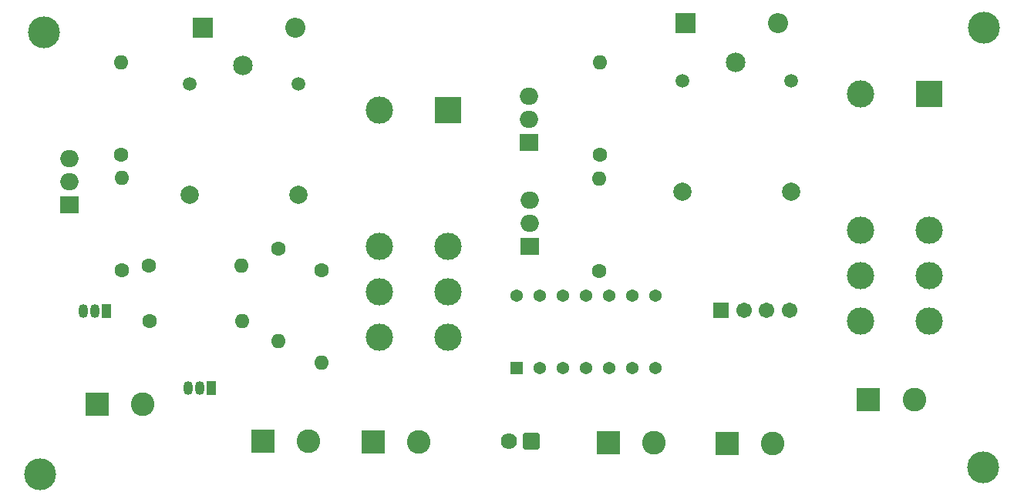
<source format=gbr>
%TF.GenerationSoftware,KiCad,Pcbnew,7.0.5*%
%TF.CreationDate,2023-12-12T17:16:25+05:30*%
%TF.ProjectId,charger ShutDown Circuit,63686172-6765-4722-9053-687574446f77,rev?*%
%TF.SameCoordinates,Original*%
%TF.FileFunction,Soldermask,Bot*%
%TF.FilePolarity,Negative*%
%FSLAX46Y46*%
G04 Gerber Fmt 4.6, Leading zero omitted, Abs format (unit mm)*
G04 Created by KiCad (PCBNEW 7.0.5) date 2023-12-12 17:16:25*
%MOMM*%
%LPD*%
G01*
G04 APERTURE LIST*
G04 Aperture macros list*
%AMRoundRect*
0 Rectangle with rounded corners*
0 $1 Rounding radius*
0 $2 $3 $4 $5 $6 $7 $8 $9 X,Y pos of 4 corners*
0 Add a 4 corners polygon primitive as box body*
4,1,4,$2,$3,$4,$5,$6,$7,$8,$9,$2,$3,0*
0 Add four circle primitives for the rounded corners*
1,1,$1+$1,$2,$3*
1,1,$1+$1,$4,$5*
1,1,$1+$1,$6,$7*
1,1,$1+$1,$8,$9*
0 Add four rect primitives between the rounded corners*
20,1,$1+$1,$2,$3,$4,$5,0*
20,1,$1+$1,$4,$5,$6,$7,0*
20,1,$1+$1,$6,$7,$8,$9,0*
20,1,$1+$1,$8,$9,$2,$3,0*%
G04 Aperture macros list end*
%ADD10RoundRect,0.102000X0.585000X-0.585000X0.585000X0.585000X-0.585000X0.585000X-0.585000X-0.585000X0*%
%ADD11C,1.374000*%
%ADD12R,2.000000X1.905000*%
%ADD13O,2.000000X1.905000*%
%ADD14R,1.050000X1.500000*%
%ADD15O,1.050000X1.500000*%
%ADD16R,2.200000X2.200000*%
%ADD17O,2.200000X2.200000*%
%ADD18C,1.600000*%
%ADD19O,1.600000X1.600000*%
%ADD20C,3.500000*%
%ADD21RoundRect,0.102000X0.754000X0.754000X-0.754000X0.754000X-0.754000X-0.754000X0.754000X-0.754000X0*%
%ADD22C,1.712000*%
%ADD23R,2.600000X2.600000*%
%ADD24C,2.600000*%
%ADD25C,3.000000*%
%ADD26R,3.000000X3.000000*%
%ADD27C,1.512000*%
%ADD28C,2.154000*%
%ADD29C,2.004000*%
%ADD30RoundRect,0.102000X-0.787500X-0.787500X0.787500X-0.787500X0.787500X0.787500X-0.787500X0.787500X0*%
%ADD31C,1.779000*%
G04 APERTURE END LIST*
D10*
%TO.C,U1*%
X81711800Y-61239400D03*
D11*
X84251800Y-61239400D03*
X86791800Y-61239400D03*
X89331800Y-61239400D03*
X91871800Y-61239400D03*
X94411800Y-61239400D03*
X96951800Y-61239400D03*
X96951800Y-53299400D03*
X94411800Y-53299400D03*
X91871800Y-53299400D03*
X89331800Y-53299400D03*
X86791800Y-53299400D03*
X84251800Y-53299400D03*
X81711800Y-53299400D03*
%TD*%
D12*
%TO.C,U2*%
X83134200Y-47853600D03*
D13*
X83134200Y-45313600D03*
X83134200Y-42773600D03*
%TD*%
D14*
%TO.C,Q2*%
X48183800Y-63419400D03*
D15*
X46913800Y-63419400D03*
X45643800Y-63419400D03*
%TD*%
D16*
%TO.C,D1*%
X47294800Y-23799800D03*
D17*
X57454800Y-23799800D03*
%TD*%
D18*
%TO.C,R7*%
X55600600Y-48082200D03*
D19*
X55600600Y-58242200D03*
%TD*%
D20*
%TO.C,REF\u002A\u002A*%
X133070600Y-23799800D03*
%TD*%
D21*
%TO.C,J3*%
X104209200Y-54864000D03*
D22*
X106709200Y-54864000D03*
X109209200Y-54864000D03*
X111709200Y-54864000D03*
%TD*%
D20*
%TO.C,REF\u002A\u002A*%
X132969000Y-72161400D03*
%TD*%
D18*
%TO.C,R8*%
X60325000Y-50520600D03*
D19*
X60325000Y-60680600D03*
%TD*%
D18*
%TO.C,R2*%
X90881200Y-37820600D03*
D19*
X90881200Y-27660600D03*
%TD*%
D18*
%TO.C,R5*%
X38303200Y-37744400D03*
D19*
X38303200Y-27584400D03*
%TD*%
D23*
%TO.C,J11*%
X65993000Y-69392800D03*
D24*
X70993000Y-69392800D03*
%TD*%
D18*
%TO.C,R3*%
X41376600Y-50012600D03*
D19*
X51536600Y-50012600D03*
%TD*%
D12*
%TO.C,Q3*%
X83108800Y-36423600D03*
D13*
X83108800Y-33883600D03*
X83108800Y-31343600D03*
%TD*%
D18*
%TO.C,R6*%
X41427400Y-56108600D03*
D19*
X51587400Y-56108600D03*
%TD*%
D18*
%TO.C,R4*%
X38379400Y-50495200D03*
D19*
X38379400Y-40335200D03*
%TD*%
D25*
%TO.C,K2*%
X74167100Y-52844100D03*
X74167100Y-47844100D03*
X74167100Y-57844100D03*
X66667100Y-52844100D03*
X66667100Y-47844100D03*
X66667100Y-57844100D03*
D26*
X74167100Y-32844100D03*
D25*
X66667100Y-32844100D03*
%TD*%
D27*
%TO.C,K5*%
X111918000Y-29616900D03*
X99918000Y-29616900D03*
D28*
X105798000Y-27616900D03*
D29*
X111918000Y-41816900D03*
X99918000Y-41816900D03*
%TD*%
D23*
%TO.C,J10*%
X53862600Y-69266000D03*
D24*
X58862600Y-69266000D03*
%TD*%
D27*
%TO.C,K1*%
X57816000Y-29997900D03*
X45816000Y-29997900D03*
D28*
X51696000Y-27997900D03*
D29*
X57816000Y-42197900D03*
X45816000Y-42197900D03*
%TD*%
D23*
%TO.C,J7*%
X35676200Y-65176600D03*
D24*
X40676200Y-65176600D03*
%TD*%
D14*
%TO.C,Q4*%
X36728400Y-54991000D03*
D15*
X35458400Y-54991000D03*
X34188400Y-54991000D03*
%TD*%
D12*
%TO.C,Q1*%
X32588200Y-43256200D03*
D13*
X32588200Y-40716200D03*
X32588200Y-38176200D03*
%TD*%
D18*
%TO.C,R1*%
X90830400Y-50546000D03*
D19*
X90830400Y-40386000D03*
%TD*%
D23*
%TO.C,J1*%
X120385200Y-64719400D03*
D24*
X125385200Y-64719400D03*
%TD*%
D20*
%TO.C,REF\u002A\u002A*%
X29438600Y-72898000D03*
%TD*%
D30*
%TO.C,J4*%
X83362800Y-69291200D03*
D31*
X80862800Y-69291200D03*
%TD*%
D16*
%TO.C,D2*%
X100304600Y-23291800D03*
D17*
X110464600Y-23291800D03*
%TD*%
D23*
%TO.C,J6*%
X104829600Y-69519800D03*
D24*
X109829600Y-69519800D03*
%TD*%
D25*
%TO.C,K3*%
X126999100Y-51066100D03*
X126999100Y-46066100D03*
X126999100Y-56066100D03*
X119499100Y-51066100D03*
X119499100Y-46066100D03*
X119499100Y-56066100D03*
D26*
X126999100Y-31066100D03*
D25*
X119499100Y-31066100D03*
%TD*%
D23*
%TO.C,J2*%
X91784800Y-69418400D03*
D24*
X96784800Y-69418400D03*
%TD*%
D20*
%TO.C,REF\u002A\u002A*%
X29794200Y-24333200D03*
%TD*%
M02*

</source>
